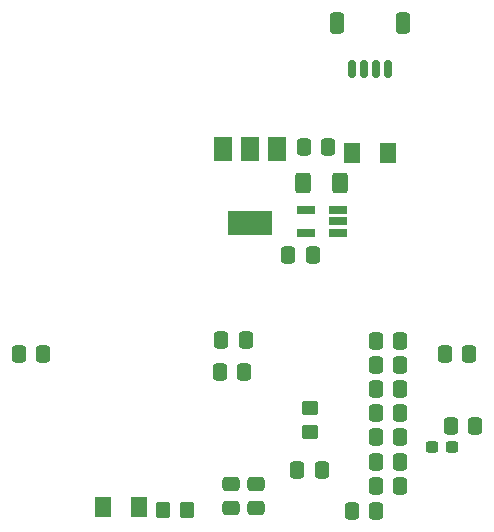
<source format=gtp>
%TF.GenerationSoftware,KiCad,Pcbnew,7.0.7*%
%TF.CreationDate,2024-04-14T14:13:39-04:00*%
%TF.ProjectId,processor,70726f63-6573-4736-9f72-2e6b69636164,rev?*%
%TF.SameCoordinates,Original*%
%TF.FileFunction,Paste,Top*%
%TF.FilePolarity,Positive*%
%FSLAX46Y46*%
G04 Gerber Fmt 4.6, Leading zero omitted, Abs format (unit mm)*
G04 Created by KiCad (PCBNEW 7.0.7) date 2024-04-14 14:13:39*
%MOMM*%
%LPD*%
G01*
G04 APERTURE LIST*
G04 Aperture macros list*
%AMRoundRect*
0 Rectangle with rounded corners*
0 $1 Rounding radius*
0 $2 $3 $4 $5 $6 $7 $8 $9 X,Y pos of 4 corners*
0 Add a 4 corners polygon primitive as box body*
4,1,4,$2,$3,$4,$5,$6,$7,$8,$9,$2,$3,0*
0 Add four circle primitives for the rounded corners*
1,1,$1+$1,$2,$3*
1,1,$1+$1,$4,$5*
1,1,$1+$1,$6,$7*
1,1,$1+$1,$8,$9*
0 Add four rect primitives between the rounded corners*
20,1,$1+$1,$2,$3,$4,$5,0*
20,1,$1+$1,$4,$5,$6,$7,0*
20,1,$1+$1,$6,$7,$8,$9,0*
20,1,$1+$1,$8,$9,$2,$3,0*%
G04 Aperture macros list end*
%ADD10RoundRect,0.250000X-0.337500X-0.475000X0.337500X-0.475000X0.337500X0.475000X-0.337500X0.475000X0*%
%ADD11RoundRect,0.250000X0.337500X0.475000X-0.337500X0.475000X-0.337500X-0.475000X0.337500X-0.475000X0*%
%ADD12RoundRect,0.250001X-0.462499X-0.624999X0.462499X-0.624999X0.462499X0.624999X-0.462499X0.624999X0*%
%ADD13RoundRect,0.250000X-0.400000X-0.625000X0.400000X-0.625000X0.400000X0.625000X-0.400000X0.625000X0*%
%ADD14RoundRect,0.250000X-0.450000X0.350000X-0.450000X-0.350000X0.450000X-0.350000X0.450000X0.350000X0*%
%ADD15RoundRect,0.237500X-0.300000X-0.237500X0.300000X-0.237500X0.300000X0.237500X-0.300000X0.237500X0*%
%ADD16R,1.500000X2.000000*%
%ADD17R,3.800000X2.000000*%
%ADD18RoundRect,0.150000X0.150000X0.625000X-0.150000X0.625000X-0.150000X-0.625000X0.150000X-0.625000X0*%
%ADD19RoundRect,0.250000X0.350000X0.650000X-0.350000X0.650000X-0.350000X-0.650000X0.350000X-0.650000X0*%
%ADD20RoundRect,0.250000X0.475000X-0.337500X0.475000X0.337500X-0.475000X0.337500X-0.475000X-0.337500X0*%
%ADD21RoundRect,0.250000X0.350000X0.450000X-0.350000X0.450000X-0.350000X-0.450000X0.350000X-0.450000X0*%
%ADD22RoundRect,0.250000X-0.475000X0.337500X-0.475000X-0.337500X0.475000X-0.337500X0.475000X0.337500X0*%
%ADD23R,1.560000X0.650000*%
G04 APERTURE END LIST*
D10*
%TO.C,C2*%
X171682500Y-95250000D03*
X173757500Y-95250000D03*
%TD*%
D11*
%TO.C,C14*%
X167910155Y-94161155D03*
X165835155Y-94161155D03*
%TD*%
%TO.C,C19*%
X167915500Y-104359155D03*
X165840500Y-104359155D03*
%TD*%
D12*
%TO.C,F1*%
X163866500Y-78232000D03*
X166841500Y-78232000D03*
%TD*%
D11*
%TO.C,C20*%
X137689500Y-95250000D03*
X135614500Y-95250000D03*
%TD*%
D13*
%TO.C,R1*%
X159714000Y-80772000D03*
X162814000Y-80772000D03*
%TD*%
D11*
%TO.C,C13*%
X167910155Y-102289155D03*
X165835155Y-102289155D03*
%TD*%
%TO.C,C18*%
X167915500Y-106426000D03*
X165840500Y-106426000D03*
%TD*%
%TO.C,C16*%
X167910155Y-98225155D03*
X165835155Y-98225155D03*
%TD*%
D14*
%TO.C,R3*%
X160274000Y-99838000D03*
X160274000Y-101838000D03*
%TD*%
D11*
%TO.C,C8*%
X154706500Y-96759000D03*
X152631500Y-96759000D03*
%TD*%
D15*
%TO.C,FB1*%
X170587500Y-103124000D03*
X172312500Y-103124000D03*
%TD*%
D11*
%TO.C,C10*%
X165878155Y-108512155D03*
X163803155Y-108512155D03*
%TD*%
D16*
%TO.C,U1*%
X157494000Y-77876000D03*
X155194000Y-77876000D03*
X152894000Y-77876000D03*
D17*
X155194000Y-84176000D03*
%TD*%
D10*
%TO.C,C1*%
X159744500Y-77724000D03*
X161819500Y-77724000D03*
%TD*%
%TO.C,C6*%
X172190500Y-101346000D03*
X174265500Y-101346000D03*
%TD*%
D18*
%TO.C,J7*%
X166860000Y-71088000D03*
X165860000Y-71088000D03*
X164860000Y-71088000D03*
X163860000Y-71088000D03*
D19*
X168160000Y-67213000D03*
X162560000Y-67213000D03*
%TD*%
D11*
%TO.C,C15*%
X167910155Y-100257155D03*
X165835155Y-100257155D03*
%TD*%
D20*
%TO.C,C11*%
X153559155Y-108279655D03*
X153559155Y-106204655D03*
%TD*%
D11*
%TO.C,C17*%
X167910155Y-96193155D03*
X165835155Y-96193155D03*
%TD*%
D21*
%TO.C,R2*%
X149860000Y-108458000D03*
X147860000Y-108458000D03*
%TD*%
D10*
%TO.C,C4*%
X158453000Y-86868000D03*
X160528000Y-86868000D03*
%TD*%
D12*
%TO.C,D1*%
X142784500Y-108204000D03*
X145759500Y-108204000D03*
%TD*%
D10*
%TO.C,C12*%
X152758500Y-94092000D03*
X154833500Y-94092000D03*
%TD*%
D22*
%TO.C,C7*%
X155702000Y-106226155D03*
X155702000Y-108301155D03*
%TD*%
D11*
%TO.C,C9*%
X161260700Y-105054400D03*
X159185700Y-105054400D03*
%TD*%
D23*
%TO.C,U3*%
X162668000Y-84958000D03*
X162668000Y-84008000D03*
X162668000Y-83058000D03*
X159968000Y-83058000D03*
X159968000Y-84958000D03*
%TD*%
M02*

</source>
